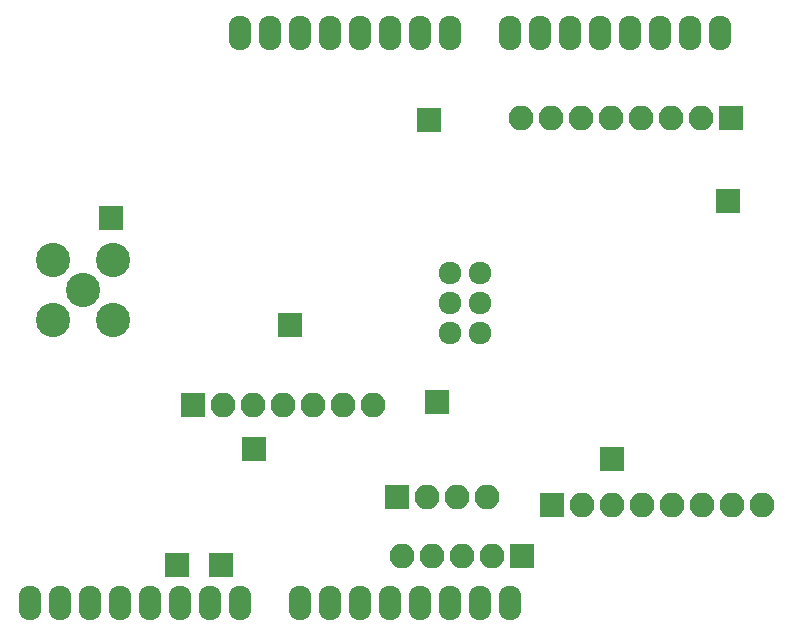
<source format=gts>
G04 #@! TF.FileFunction,Soldermask,Top*
%FSLAX46Y46*%
G04 Gerber Fmt 4.6, Leading zero omitted, Abs format (unit mm)*
G04 Created by KiCad (PCBNEW 4.0.7-e2-6376~58~ubuntu17.04.1) date Fri Apr 27 15:57:42 2018*
%MOMM*%
%LPD*%
G01*
G04 APERTURE LIST*
%ADD10C,0.100000*%
%ADD11C,2.900000*%
%ADD12R,2.100000X2.100000*%
%ADD13O,2.100000X2.100000*%
%ADD14O,1.924000X2.940000*%
%ADD15C,1.924000*%
G04 APERTURE END LIST*
D10*
D11*
X131760000Y-90640000D03*
X131760000Y-85560000D03*
X136840000Y-90640000D03*
X136840000Y-85560000D03*
X134300000Y-88100000D03*
D12*
X160900000Y-105600000D03*
D13*
X163440000Y-105600000D03*
X165980000Y-105600000D03*
X168520000Y-105600000D03*
D12*
X171500000Y-110600000D03*
D13*
X168960000Y-110600000D03*
X166420000Y-110600000D03*
X163880000Y-110600000D03*
X161340000Y-110600000D03*
D12*
X143600000Y-97800000D03*
D13*
X146140000Y-97800000D03*
X148680000Y-97800000D03*
X151220000Y-97800000D03*
X153760000Y-97800000D03*
X156300000Y-97800000D03*
X158840000Y-97800000D03*
D12*
X189200000Y-73500000D03*
D13*
X186660000Y-73500000D03*
X184120000Y-73500000D03*
X181580000Y-73500000D03*
X179040000Y-73500000D03*
X176500000Y-73500000D03*
X173960000Y-73500000D03*
X171420000Y-73500000D03*
D14*
X170480000Y-66300000D03*
X173020000Y-66300000D03*
X175560000Y-66300000D03*
X178100000Y-66300000D03*
X180640000Y-66300000D03*
X183180000Y-66300000D03*
X185720000Y-66300000D03*
X188260000Y-66300000D03*
X170480000Y-114560000D03*
X167940000Y-114560000D03*
X165400000Y-114560000D03*
X162860000Y-114560000D03*
X160320000Y-114560000D03*
X152700000Y-114560000D03*
X155240000Y-114560000D03*
X157780000Y-114560000D03*
X147620000Y-114560000D03*
X145080000Y-114560000D03*
X142540000Y-114560000D03*
X137460000Y-114560000D03*
X134920000Y-114560000D03*
X165400000Y-66300000D03*
X162860000Y-66300000D03*
X160320000Y-66300000D03*
X157780000Y-66300000D03*
X155240000Y-66300000D03*
X152700000Y-66300000D03*
X150160000Y-66300000D03*
X147620000Y-66300000D03*
X140000000Y-114560000D03*
D15*
X165400000Y-86620000D03*
X167940000Y-86620000D03*
X165400000Y-89160000D03*
X167940000Y-89160000D03*
X165400000Y-91700000D03*
X167940000Y-91700000D03*
D14*
X132380000Y-114560000D03*
X129840000Y-114560000D03*
D12*
X174000000Y-106300000D03*
D13*
X176540000Y-106300000D03*
X179080000Y-106300000D03*
X181620000Y-106300000D03*
X184160000Y-106300000D03*
X186700000Y-106300000D03*
X189240000Y-106300000D03*
X191780000Y-106300000D03*
D12*
X164300000Y-97600000D03*
X163600000Y-73700000D03*
X136700000Y-82000000D03*
X179100000Y-102400000D03*
X188900000Y-80600000D03*
X148800000Y-101600000D03*
X142300000Y-111400000D03*
X146000000Y-111400000D03*
X151800000Y-91100000D03*
M02*

</source>
